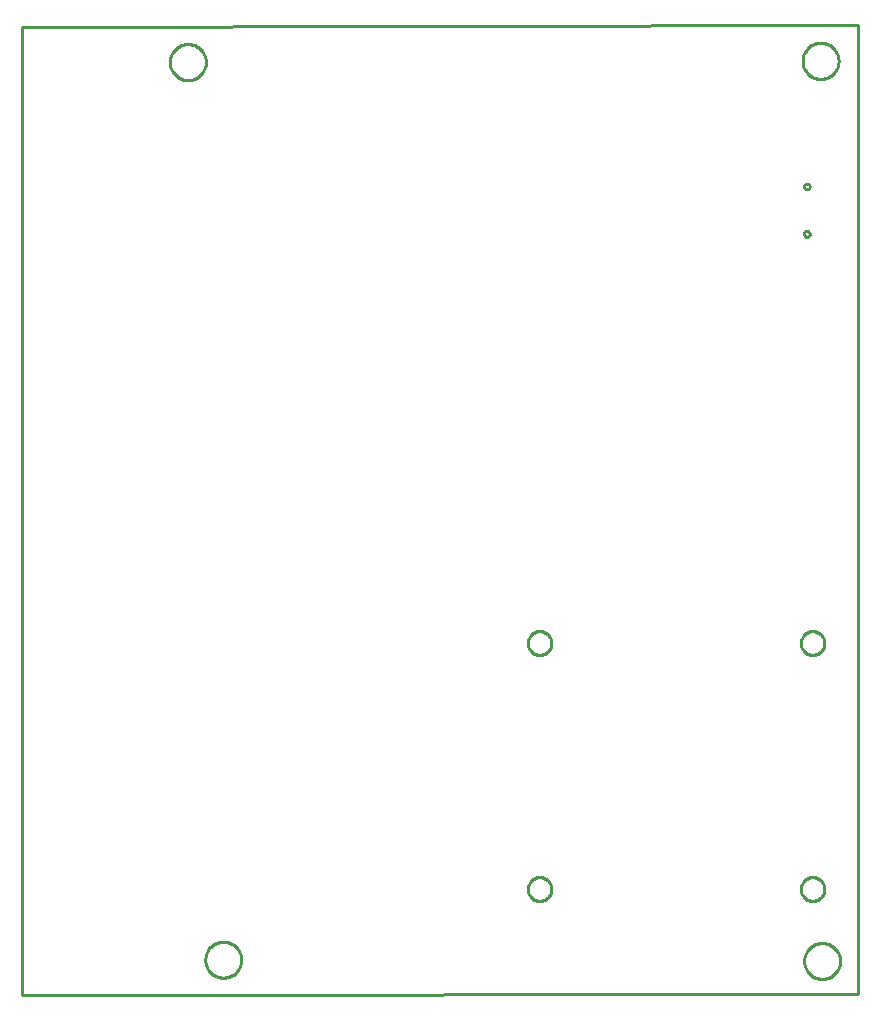
<source format=gko>
G04 EAGLE Gerber RS-274X export*
G75*
%MOMM*%
%FSLAX34Y34*%
%LPD*%
%IN*%
%IPPOS*%
%AMOC8*
5,1,8,0,0,1.08239X$1,22.5*%
G01*
%ADD10C,0.254000*%


D10*
X0Y110000D02*
X707100Y111000D01*
X707100Y931000D01*
X0Y930000D01*
X0Y110000D01*
X155240Y899456D02*
X155162Y898370D01*
X155007Y897292D01*
X154776Y896229D01*
X154469Y895184D01*
X154089Y894164D01*
X153637Y893174D01*
X153115Y892219D01*
X152526Y891303D01*
X151874Y890431D01*
X151161Y889609D01*
X150391Y888839D01*
X149569Y888126D01*
X148697Y887474D01*
X147781Y886885D01*
X146826Y886363D01*
X145836Y885911D01*
X144816Y885531D01*
X143771Y885224D01*
X142708Y884993D01*
X141630Y884838D01*
X140544Y884760D01*
X139456Y884760D01*
X138370Y884838D01*
X137292Y884993D01*
X136229Y885224D01*
X135184Y885531D01*
X134164Y885911D01*
X133174Y886363D01*
X132219Y886885D01*
X131303Y887474D01*
X130431Y888126D01*
X129609Y888839D01*
X128839Y889609D01*
X128126Y890431D01*
X127474Y891303D01*
X126885Y892219D01*
X126363Y893174D01*
X125911Y894164D01*
X125531Y895184D01*
X125224Y896229D01*
X124993Y897292D01*
X124838Y898370D01*
X124760Y899456D01*
X124760Y900544D01*
X124838Y901630D01*
X124993Y902708D01*
X125224Y903771D01*
X125531Y904816D01*
X125911Y905836D01*
X126363Y906826D01*
X126885Y907781D01*
X127474Y908697D01*
X128126Y909569D01*
X128839Y910391D01*
X129609Y911161D01*
X130431Y911874D01*
X131303Y912526D01*
X132219Y913115D01*
X133174Y913637D01*
X134164Y914089D01*
X135184Y914469D01*
X136229Y914776D01*
X137292Y915007D01*
X138370Y915162D01*
X139456Y915240D01*
X140544Y915240D01*
X141630Y915162D01*
X142708Y915007D01*
X143771Y914776D01*
X144816Y914469D01*
X145836Y914089D01*
X146826Y913637D01*
X147781Y913115D01*
X148697Y912526D01*
X149569Y911874D01*
X150391Y911161D01*
X151161Y910391D01*
X151874Y909569D01*
X152526Y908697D01*
X153115Y907781D01*
X153637Y906826D01*
X154089Y905836D01*
X154469Y904816D01*
X154776Y903771D01*
X155007Y902708D01*
X155162Y901630D01*
X155240Y900544D01*
X155240Y899456D01*
X690940Y900456D02*
X690862Y899370D01*
X690707Y898292D01*
X690476Y897229D01*
X690169Y896184D01*
X689789Y895164D01*
X689337Y894174D01*
X688815Y893219D01*
X688226Y892303D01*
X687574Y891431D01*
X686861Y890609D01*
X686091Y889839D01*
X685269Y889126D01*
X684397Y888474D01*
X683481Y887885D01*
X682526Y887363D01*
X681536Y886911D01*
X680516Y886531D01*
X679471Y886224D01*
X678408Y885993D01*
X677330Y885838D01*
X676244Y885760D01*
X675156Y885760D01*
X674070Y885838D01*
X672992Y885993D01*
X671929Y886224D01*
X670884Y886531D01*
X669864Y886911D01*
X668874Y887363D01*
X667919Y887885D01*
X667003Y888474D01*
X666131Y889126D01*
X665309Y889839D01*
X664539Y890609D01*
X663826Y891431D01*
X663174Y892303D01*
X662585Y893219D01*
X662063Y894174D01*
X661611Y895164D01*
X661231Y896184D01*
X660924Y897229D01*
X660693Y898292D01*
X660538Y899370D01*
X660460Y900456D01*
X660460Y901544D01*
X660538Y902630D01*
X660693Y903708D01*
X660924Y904771D01*
X661231Y905816D01*
X661611Y906836D01*
X662063Y907826D01*
X662585Y908781D01*
X663174Y909697D01*
X663826Y910569D01*
X664539Y911391D01*
X665309Y912161D01*
X666131Y912874D01*
X667003Y913526D01*
X667919Y914115D01*
X668874Y914637D01*
X669864Y915089D01*
X670884Y915469D01*
X671929Y915776D01*
X672992Y916007D01*
X674070Y916162D01*
X675156Y916240D01*
X676244Y916240D01*
X677330Y916162D01*
X678408Y916007D01*
X679471Y915776D01*
X680516Y915469D01*
X681536Y915089D01*
X682526Y914637D01*
X683481Y914115D01*
X684397Y913526D01*
X685269Y912874D01*
X686091Y912161D01*
X686861Y911391D01*
X687574Y910569D01*
X688226Y909697D01*
X688815Y908781D01*
X689337Y907826D01*
X689789Y906836D01*
X690169Y905816D01*
X690476Y904771D01*
X690707Y903708D01*
X690862Y902630D01*
X690940Y901544D01*
X690940Y900456D01*
X185240Y139456D02*
X185162Y138370D01*
X185007Y137292D01*
X184776Y136229D01*
X184469Y135184D01*
X184089Y134164D01*
X183637Y133174D01*
X183115Y132219D01*
X182526Y131303D01*
X181874Y130431D01*
X181161Y129609D01*
X180391Y128839D01*
X179569Y128126D01*
X178697Y127474D01*
X177781Y126885D01*
X176826Y126363D01*
X175836Y125911D01*
X174816Y125531D01*
X173771Y125224D01*
X172708Y124993D01*
X171630Y124838D01*
X170544Y124760D01*
X169456Y124760D01*
X168370Y124838D01*
X167292Y124993D01*
X166229Y125224D01*
X165184Y125531D01*
X164164Y125911D01*
X163174Y126363D01*
X162219Y126885D01*
X161303Y127474D01*
X160431Y128126D01*
X159609Y128839D01*
X158839Y129609D01*
X158126Y130431D01*
X157474Y131303D01*
X156885Y132219D01*
X156363Y133174D01*
X155911Y134164D01*
X155531Y135184D01*
X155224Y136229D01*
X154993Y137292D01*
X154838Y138370D01*
X154760Y139456D01*
X154760Y140544D01*
X154838Y141630D01*
X154993Y142708D01*
X155224Y143771D01*
X155531Y144816D01*
X155911Y145836D01*
X156363Y146826D01*
X156885Y147781D01*
X157474Y148697D01*
X158126Y149569D01*
X158839Y150391D01*
X159609Y151161D01*
X160431Y151874D01*
X161303Y152526D01*
X162219Y153115D01*
X163174Y153637D01*
X164164Y154089D01*
X165184Y154469D01*
X166229Y154776D01*
X167292Y155007D01*
X168370Y155162D01*
X169456Y155240D01*
X170544Y155240D01*
X171630Y155162D01*
X172708Y155007D01*
X173771Y154776D01*
X174816Y154469D01*
X175836Y154089D01*
X176826Y153637D01*
X177781Y153115D01*
X178697Y152526D01*
X179569Y151874D01*
X180391Y151161D01*
X181161Y150391D01*
X181874Y149569D01*
X182526Y148697D01*
X183115Y147781D01*
X183637Y146826D01*
X184089Y145836D01*
X184469Y144816D01*
X184776Y143771D01*
X185007Y142708D01*
X185162Y141630D01*
X185240Y140544D01*
X185240Y139456D01*
X692340Y138356D02*
X692262Y137270D01*
X692107Y136192D01*
X691876Y135129D01*
X691569Y134084D01*
X691189Y133064D01*
X690737Y132074D01*
X690215Y131119D01*
X689626Y130203D01*
X688974Y129331D01*
X688261Y128509D01*
X687491Y127739D01*
X686669Y127026D01*
X685797Y126374D01*
X684881Y125785D01*
X683926Y125263D01*
X682936Y124811D01*
X681916Y124431D01*
X680871Y124124D01*
X679808Y123893D01*
X678730Y123738D01*
X677644Y123660D01*
X676556Y123660D01*
X675470Y123738D01*
X674392Y123893D01*
X673329Y124124D01*
X672284Y124431D01*
X671264Y124811D01*
X670274Y125263D01*
X669319Y125785D01*
X668403Y126374D01*
X667531Y127026D01*
X666709Y127739D01*
X665939Y128509D01*
X665226Y129331D01*
X664574Y130203D01*
X663985Y131119D01*
X663463Y132074D01*
X663011Y133064D01*
X662631Y134084D01*
X662324Y135129D01*
X662093Y136192D01*
X661938Y137270D01*
X661860Y138356D01*
X661860Y139444D01*
X661938Y140530D01*
X662093Y141608D01*
X662324Y142671D01*
X662631Y143716D01*
X663011Y144736D01*
X663463Y145726D01*
X663985Y146681D01*
X664574Y147597D01*
X665226Y148469D01*
X665939Y149291D01*
X666709Y150061D01*
X667531Y150774D01*
X668403Y151426D01*
X669319Y152015D01*
X670274Y152537D01*
X671264Y152989D01*
X672284Y153369D01*
X673329Y153676D01*
X674392Y153907D01*
X675470Y154062D01*
X676556Y154140D01*
X677644Y154140D01*
X678730Y154062D01*
X679808Y153907D01*
X680871Y153676D01*
X681916Y153369D01*
X682936Y152989D01*
X683926Y152537D01*
X684881Y152015D01*
X685797Y151426D01*
X686669Y150774D01*
X687491Y150061D01*
X688261Y149291D01*
X688974Y148469D01*
X689626Y147597D01*
X690215Y146681D01*
X690737Y145726D01*
X691189Y144736D01*
X691569Y143716D01*
X691876Y142671D01*
X692107Y141608D01*
X692262Y140530D01*
X692340Y139444D01*
X692340Y138356D01*
X664193Y757050D02*
X664574Y756990D01*
X664940Y756871D01*
X665284Y756695D01*
X665596Y756469D01*
X665869Y756196D01*
X666095Y755884D01*
X666271Y755540D01*
X666390Y755174D01*
X666450Y754793D01*
X666450Y754407D01*
X666390Y754026D01*
X666271Y753660D01*
X666095Y753316D01*
X665869Y753004D01*
X665596Y752731D01*
X665284Y752505D01*
X664940Y752330D01*
X664574Y752210D01*
X664193Y752150D01*
X663807Y752150D01*
X663426Y752210D01*
X663060Y752330D01*
X662716Y752505D01*
X662404Y752731D01*
X662131Y753004D01*
X661905Y753316D01*
X661730Y753660D01*
X661610Y754026D01*
X661550Y754407D01*
X661550Y754793D01*
X661610Y755174D01*
X661730Y755540D01*
X661905Y755884D01*
X662131Y756196D01*
X662404Y756469D01*
X662716Y756695D01*
X663060Y756871D01*
X663426Y756990D01*
X663807Y757050D01*
X664193Y757050D01*
X664193Y797050D02*
X664574Y796990D01*
X664940Y796871D01*
X665284Y796695D01*
X665596Y796469D01*
X665869Y796196D01*
X666095Y795884D01*
X666271Y795540D01*
X666390Y795174D01*
X666450Y794793D01*
X666450Y794407D01*
X666390Y794026D01*
X666271Y793660D01*
X666095Y793316D01*
X665869Y793004D01*
X665596Y792731D01*
X665284Y792505D01*
X664940Y792330D01*
X664574Y792210D01*
X664193Y792150D01*
X663807Y792150D01*
X663426Y792210D01*
X663060Y792330D01*
X662716Y792505D01*
X662404Y792731D01*
X662131Y793004D01*
X661905Y793316D01*
X661730Y793660D01*
X661610Y794026D01*
X661550Y794407D01*
X661550Y794793D01*
X661610Y795174D01*
X661730Y795540D01*
X661905Y795884D01*
X662131Y796196D01*
X662404Y796469D01*
X662716Y796695D01*
X663060Y796871D01*
X663426Y796990D01*
X663807Y797050D01*
X664193Y797050D01*
X668533Y398140D02*
X667664Y398216D01*
X666804Y398368D01*
X665960Y398594D01*
X665140Y398892D01*
X664348Y399261D01*
X663592Y399698D01*
X662877Y400199D01*
X662208Y400760D01*
X661590Y401378D01*
X661029Y402047D01*
X660528Y402762D01*
X660091Y403518D01*
X659722Y404310D01*
X659424Y405130D01*
X659198Y405974D01*
X659046Y406834D01*
X658970Y407703D01*
X658970Y408577D01*
X659046Y409447D01*
X659198Y410306D01*
X659424Y411150D01*
X659722Y411970D01*
X660091Y412762D01*
X660528Y413518D01*
X661029Y414233D01*
X661590Y414902D01*
X662208Y415520D01*
X662877Y416081D01*
X663592Y416582D01*
X664348Y417019D01*
X665140Y417388D01*
X665960Y417686D01*
X666804Y417912D01*
X667664Y418064D01*
X668533Y418140D01*
X669407Y418140D01*
X670277Y418064D01*
X671136Y417912D01*
X671980Y417686D01*
X672800Y417388D01*
X673592Y417019D01*
X674348Y416582D01*
X675063Y416081D01*
X675732Y415520D01*
X676350Y414902D01*
X676911Y414233D01*
X677412Y413518D01*
X677849Y412762D01*
X678218Y411970D01*
X678516Y411150D01*
X678742Y410306D01*
X678894Y409447D01*
X678970Y408577D01*
X678970Y407703D01*
X678894Y406834D01*
X678742Y405974D01*
X678516Y405130D01*
X678218Y404310D01*
X677849Y403518D01*
X677412Y402762D01*
X676911Y402047D01*
X676350Y401378D01*
X675732Y400760D01*
X675063Y400199D01*
X674348Y399698D01*
X673592Y399261D01*
X672800Y398892D01*
X671980Y398594D01*
X671136Y398368D01*
X670277Y398216D01*
X669407Y398140D01*
X668533Y398140D01*
X668533Y189860D02*
X667664Y189936D01*
X666804Y190088D01*
X665960Y190314D01*
X665140Y190612D01*
X664348Y190981D01*
X663592Y191418D01*
X662877Y191919D01*
X662208Y192480D01*
X661590Y193098D01*
X661029Y193767D01*
X660528Y194482D01*
X660091Y195238D01*
X659722Y196030D01*
X659424Y196850D01*
X659198Y197694D01*
X659046Y198554D01*
X658970Y199423D01*
X658970Y200297D01*
X659046Y201167D01*
X659198Y202026D01*
X659424Y202870D01*
X659722Y203690D01*
X660091Y204482D01*
X660528Y205238D01*
X661029Y205953D01*
X661590Y206622D01*
X662208Y207240D01*
X662877Y207801D01*
X663592Y208302D01*
X664348Y208739D01*
X665140Y209108D01*
X665960Y209406D01*
X666804Y209632D01*
X667664Y209784D01*
X668533Y209860D01*
X669407Y209860D01*
X670277Y209784D01*
X671136Y209632D01*
X671980Y209406D01*
X672800Y209108D01*
X673592Y208739D01*
X674348Y208302D01*
X675063Y207801D01*
X675732Y207240D01*
X676350Y206622D01*
X676911Y205953D01*
X677412Y205238D01*
X677849Y204482D01*
X678218Y203690D01*
X678516Y202870D01*
X678742Y202026D01*
X678894Y201167D01*
X678970Y200297D01*
X678970Y199423D01*
X678894Y198554D01*
X678742Y197694D01*
X678516Y196850D01*
X678218Y196030D01*
X677849Y195238D01*
X677412Y194482D01*
X676911Y193767D01*
X676350Y193098D01*
X675732Y192480D01*
X675063Y191919D01*
X674348Y191418D01*
X673592Y190981D01*
X672800Y190612D01*
X671980Y190314D01*
X671136Y190088D01*
X670277Y189936D01*
X669407Y189860D01*
X668533Y189860D01*
X437393Y189860D02*
X436524Y189936D01*
X435664Y190088D01*
X434820Y190314D01*
X434000Y190612D01*
X433208Y190981D01*
X432452Y191418D01*
X431737Y191919D01*
X431068Y192480D01*
X430450Y193098D01*
X429889Y193767D01*
X429388Y194482D01*
X428951Y195238D01*
X428582Y196030D01*
X428284Y196850D01*
X428058Y197694D01*
X427906Y198554D01*
X427830Y199423D01*
X427830Y200297D01*
X427906Y201167D01*
X428058Y202026D01*
X428284Y202870D01*
X428582Y203690D01*
X428951Y204482D01*
X429388Y205238D01*
X429889Y205953D01*
X430450Y206622D01*
X431068Y207240D01*
X431737Y207801D01*
X432452Y208302D01*
X433208Y208739D01*
X434000Y209108D01*
X434820Y209406D01*
X435664Y209632D01*
X436524Y209784D01*
X437393Y209860D01*
X438267Y209860D01*
X439137Y209784D01*
X439996Y209632D01*
X440840Y209406D01*
X441660Y209108D01*
X442452Y208739D01*
X443208Y208302D01*
X443923Y207801D01*
X444592Y207240D01*
X445210Y206622D01*
X445771Y205953D01*
X446272Y205238D01*
X446709Y204482D01*
X447078Y203690D01*
X447376Y202870D01*
X447602Y202026D01*
X447754Y201167D01*
X447830Y200297D01*
X447830Y199423D01*
X447754Y198554D01*
X447602Y197694D01*
X447376Y196850D01*
X447078Y196030D01*
X446709Y195238D01*
X446272Y194482D01*
X445771Y193767D01*
X445210Y193098D01*
X444592Y192480D01*
X443923Y191919D01*
X443208Y191418D01*
X442452Y190981D01*
X441660Y190612D01*
X440840Y190314D01*
X439996Y190088D01*
X439137Y189936D01*
X438267Y189860D01*
X437393Y189860D01*
X437393Y398140D02*
X436524Y398216D01*
X435664Y398368D01*
X434820Y398594D01*
X434000Y398892D01*
X433208Y399261D01*
X432452Y399698D01*
X431737Y400199D01*
X431068Y400760D01*
X430450Y401378D01*
X429889Y402047D01*
X429388Y402762D01*
X428951Y403518D01*
X428582Y404310D01*
X428284Y405130D01*
X428058Y405974D01*
X427906Y406834D01*
X427830Y407703D01*
X427830Y408577D01*
X427906Y409447D01*
X428058Y410306D01*
X428284Y411150D01*
X428582Y411970D01*
X428951Y412762D01*
X429388Y413518D01*
X429889Y414233D01*
X430450Y414902D01*
X431068Y415520D01*
X431737Y416081D01*
X432452Y416582D01*
X433208Y417019D01*
X434000Y417388D01*
X434820Y417686D01*
X435664Y417912D01*
X436524Y418064D01*
X437393Y418140D01*
X438267Y418140D01*
X439137Y418064D01*
X439996Y417912D01*
X440840Y417686D01*
X441660Y417388D01*
X442452Y417019D01*
X443208Y416582D01*
X443923Y416081D01*
X444592Y415520D01*
X445210Y414902D01*
X445771Y414233D01*
X446272Y413518D01*
X446709Y412762D01*
X447078Y411970D01*
X447376Y411150D01*
X447602Y410306D01*
X447754Y409447D01*
X447830Y408577D01*
X447830Y407703D01*
X447754Y406834D01*
X447602Y405974D01*
X447376Y405130D01*
X447078Y404310D01*
X446709Y403518D01*
X446272Y402762D01*
X445771Y402047D01*
X445210Y401378D01*
X444592Y400760D01*
X443923Y400199D01*
X443208Y399698D01*
X442452Y399261D01*
X441660Y398892D01*
X440840Y398594D01*
X439996Y398368D01*
X439137Y398216D01*
X438267Y398140D01*
X437393Y398140D01*
M02*

</source>
